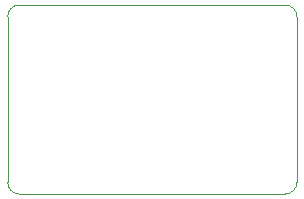
<source format=gbr>
%TF.GenerationSoftware,KiCad,Pcbnew,5.1.6-c6e7f7d~87~ubuntu20.04.1*%
%TF.CreationDate,2020-08-25T19:21:37-04:00*%
%TF.ProjectId,4_Channel_Level_Shifter,345f4368-616e-46e6-956c-5f4c6576656c,rev?*%
%TF.SameCoordinates,Original*%
%TF.FileFunction,Profile,NP*%
%FSLAX46Y46*%
G04 Gerber Fmt 4.6, Leading zero omitted, Abs format (unit mm)*
G04 Created by KiCad (PCBNEW 5.1.6-c6e7f7d~87~ubuntu20.04.1) date 2020-08-25 19:21:37*
%MOMM*%
%LPD*%
G01*
G04 APERTURE LIST*
%TA.AperFunction,Profile*%
%ADD10C,0.050000*%
%TD*%
G04 APERTURE END LIST*
D10*
X153500000Y-109500000D02*
G75*
G02*
X152500000Y-108500000I0J1000000D01*
G01*
X177000000Y-108500000D02*
G75*
G02*
X176000000Y-109500000I-1000000J0D01*
G01*
X176000000Y-93500000D02*
G75*
G02*
X177000000Y-94500000I0J-1000000D01*
G01*
X152500000Y-94500000D02*
G75*
G02*
X153500000Y-93500000I1000000J0D01*
G01*
X152500000Y-108500000D02*
X152500000Y-94500000D01*
X176000000Y-109500000D02*
X153500000Y-109500000D01*
X177000000Y-94500000D02*
X177000000Y-108500000D01*
X153500000Y-93500000D02*
X176000000Y-93500000D01*
M02*

</source>
